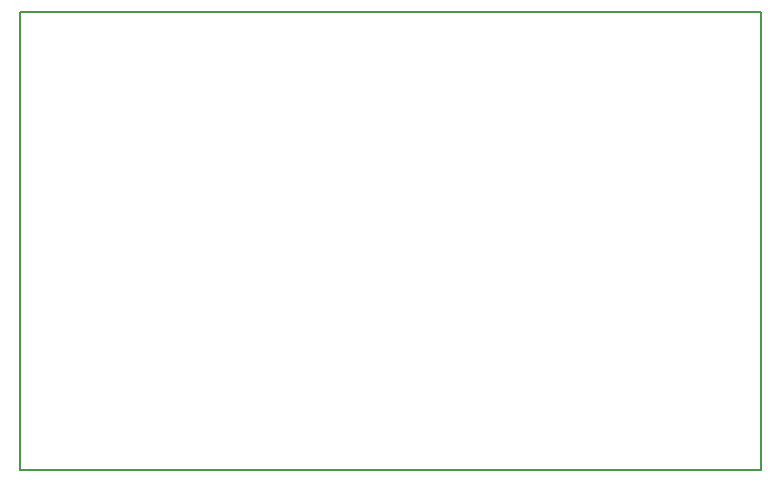
<source format=gm1>
G04 MADE WITH FRITZING*
G04 WWW.FRITZING.ORG*
G04 DOUBLE SIDED*
G04 HOLES PLATED*
G04 CONTOUR ON CENTER OF CONTOUR VECTOR*
%ASAXBY*%
%FSLAX23Y23*%
%MOIN*%
%OFA0B0*%
%SFA1.0B1.0*%
%ADD10R,2.480310X1.535430*%
%ADD11C,0.008000*%
%ADD10C,0.008*%
%LNCONTOUR*%
G90*
G70*
G54D10*
G54D11*
X4Y1531D02*
X2476Y1531D01*
X2476Y4D01*
X4Y4D01*
X4Y1531D01*
D02*
G04 End of contour*
M02*
</source>
